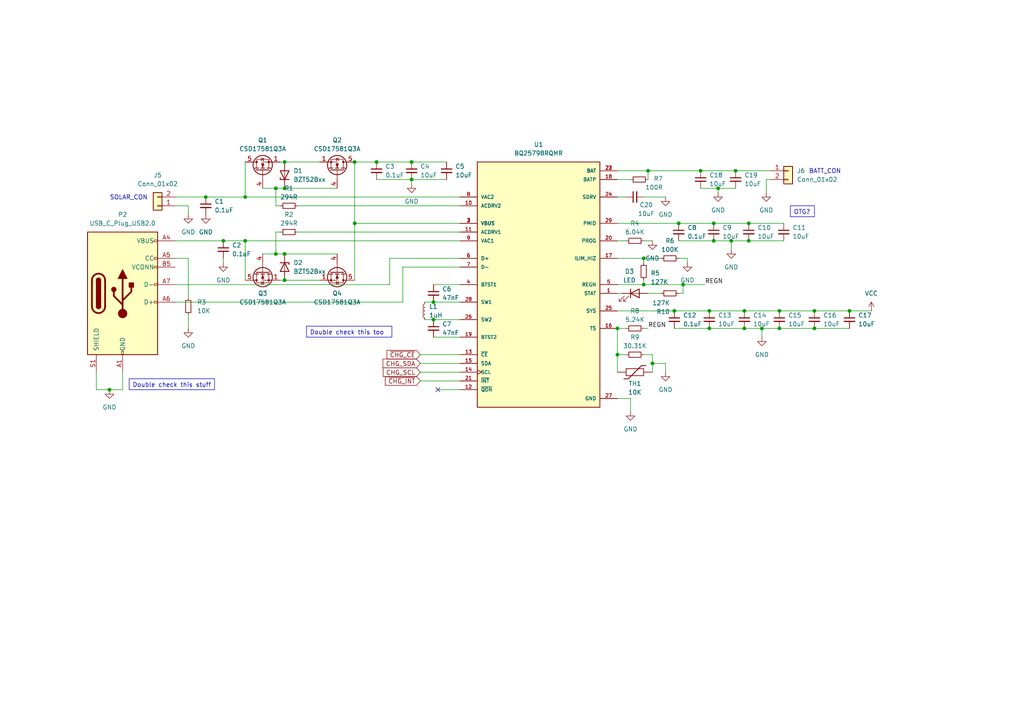
<source format=kicad_sch>
(kicad_sch (version 20231120) (generator "eeschema") (generator_version "8.0")
  (paper "A4")
  (lib_symbols
    (symbol "Connector:USB_C_Plug_USB2.0" (pin_names (offset 1.016))
      (property "Reference" "P" (at -10.16 19.05 0))
      (property "Value" "USB_C_Plug_USB2.0" (at 12.7 19.05 0))
      (symbol "USB_C_Plug_USB2.0_0_0"
        (rectangle (start -0.254 -17.78) (end 0.254 -16.764))
        (rectangle (start 10.16 -2.286) (end 9.144 -2.794))
        (rectangle (start 10.16 2.794) (end 9.144 2.286))
        (rectangle (start 10.16 7.874) (end 9.144 7.366))
        (rectangle (start 10.16 10.414) (end 9.144 9.906))
        (rectangle (start 10.16 15.494) (end 9.144 14.986))
      )
      (symbol "USB_C_Plug_USB2.0_0_1"
        (rectangle (start -10.16 17.78) (end 10.16 -17.78) (stroke (width 0.254)) (fill (type background)))
        (arc (start -8.89 -3.81) (mid -6.985 -5.7067) (end -5.08 -3.81) (stroke (width 0.508)))
        (arc (start -7.62 -3.81) (mid -6.985 -4.4423) (end -6.35 -3.81) (stroke (width 0.254)))
        (arc (start -7.62 -3.81) (mid -6.985 -4.4423) (end -6.35 -3.81) (stroke (width 0.254)) (fill (type outline)))
        (rectangle (start -7.62 -3.81) (end -6.35 3.81) (stroke (width 0.254)) (fill (type outline)))
        (arc (start -6.35 3.81) (mid -6.985 4.4423) (end -7.62 3.81) (stroke (width 0.254)))
        (arc (start -6.35 3.81) (mid -6.985 4.4423) (end -7.62 3.81) (stroke (width 0.254)) (fill (type outline)))
        (arc (start -5.08 3.81) (mid -6.985 5.7067) (end -8.89 3.81) (stroke (width 0.508)))
        (circle (center -2.54 1.143) (radius 0.635) (stroke (width 0.254)) (fill (type outline)))
        (circle (center 0 -5.842) (radius 1.27) (fill (type outline)))
        (polyline (pts (xy -8.89 -3.81) (xy -8.89 3.81)) (stroke (width 0.508)))
        (polyline (pts (xy -5.08 3.81) (xy -5.08 -3.81)) (stroke (width 0.508)))
        (polyline (pts (xy 0 -5.842) (xy 0 4.318)) (stroke (width 0.508)))
        (polyline (pts (xy 0 -3.302) (xy -2.54 -0.762) (xy -2.54 0.508)) (stroke (width 0.508)))
        (polyline (pts (xy 0 -2.032) (xy 2.54 0.508) (xy 2.54 1.778)) (stroke (width 0.508)))
        (polyline (pts (xy -1.27 4.318) (xy 0 6.858) (xy 1.27 4.318) (xy -1.27 4.318)) (stroke (width 0.254)) (fill (type outline)))
        (rectangle (start 1.905 1.778) (end 3.175 3.048) (stroke (width 0.254)) (fill (type outline)))
      )
      (symbol "USB_C_Plug_USB2.0_1_1"
        (pin passive line (at 0 -22.86 90) (length 5.08) (name "GND") (number "A1"))
        (pin passive line (at 0 -22.86 90) (length 5.08) hide (name "GND") (number "A12"))
        (pin passive line (at 15.24 15.24 180) (length 5.08) (name "VBUS") (number "A4"))
        (pin bidirectional line (at 15.24 10.16 180) (length 5.08) (name "CC") (number "A5"))
        (pin bidirectional line (at 15.24 -2.54 180) (length 5.08) (name "D+") (number "A6"))
        (pin bidirectional line (at 15.24 2.54 180) (length 5.08) (name "D-") (number "A7"))
        (pin passive line (at 15.24 15.24 180) (length 5.08) hide (name "VBUS") (number "A9"))
        (pin passive line (at 0 -22.86 90) (length 5.08) hide (name "GND") (number "B1"))
        (pin passive line (at 0 -22.86 90) (length 5.08) hide (name "GND") (number "B12"))
        (pin passive line (at 15.24 15.24 180) (length 5.08) hide (name "VBUS") (number "B4"))
        (pin bidirectional line (at 15.24 7.62 180) (length 5.08) (name "VCONN") (number "B5"))
        (pin passive line (at 15.24 15.24 180) (length 5.08) hide (name "VBUS") (number "B9"))
        (pin passive line (at -7.62 -22.86 90) (length 5.08) (name "SHIELD") (number "S1"))
      )
    )
    (symbol "Connector_Generic:Conn_01x02" (pin_names (offset 1.016) hide)
      (property "Reference" "J" (at 0 2.54 0))
      (property "Value" "Conn_01x02" (at 0 -5.08 0))
      (symbol "Conn_01x02_1_1"
        (rectangle (start -1.27 -2.413) (end 0 -2.667) (stroke (width 0.1524)))
        (rectangle (start -1.27 0.127) (end 0 -0.127) (stroke (width 0.1524)))
        (rectangle (start -1.27 1.27) (end 1.27 -3.81) (stroke (width 0.254)) (fill (type background)))
        (pin passive line (at -5.08 0 0) (length 3.81) (name "Pin_1") (number "1"))
        (pin passive line (at -5.08 -2.54 0) (length 3.81) (name "Pin_2") (number "2"))
      )
    )
    (symbol "Device:C_Small" (pin_numbers hide) (pin_names (offset 0.254) hide)
      (property "Reference" "C" (at 0.254 1.778 0))
      (property "Value" "C_Small" (at 0.254 -2.032 0))
      (symbol "C_Small_0_1"
        (polyline (pts (xy -1.524 -0.508) (xy 1.524 -0.508)) (stroke (width 0.3302)))
        (polyline (pts (xy -1.524 0.508) (xy 1.524 0.508)) (stroke (width 0.3048)))
      )
      (symbol "C_Small_1_1"
        (pin passive line (at 0 2.54 270) (length 2.032) (name "~") (number "1"))
        (pin passive line (at 0 -2.54 90) (length 2.032) (name "~") (number "2"))
      )
    )
    (symbol "Device:LED" (pin_numbers hide) (pin_names (offset 1.016) hide)
      (property "Reference" "D" (at 0 2.54 0))
      (property "Value" "LED" (at 0 -2.54 0))
      (symbol "LED_0_1"
        (polyline (pts (xy -1.27 -1.27) (xy -1.27 1.27)) (stroke (width 0.254)))
        (polyline (pts (xy -1.27 0) (xy 1.27 0)))
        (polyline (pts (xy 1.27 -1.27) (xy 1.27 1.27) (xy -1.27 0) (xy 1.27 -1.27)) (stroke (width 0.254)))
        (polyline (pts (xy -3.048 -0.762) (xy -4.572 -2.286) (xy -3.81 -2.286) (xy -4.572 -2.286) (xy -4.572 -1.524)))
        (polyline (pts (xy -1.778 -0.762) (xy -3.302 -2.286) (xy -2.54 -2.286) (xy -3.302 -2.286) (xy -3.302 -1.524)))
      )
      (symbol "LED_1_1"
        (pin passive line (at -3.81 0 0) (length 2.54) (name "K") (number "1"))
        (pin passive line (at 3.81 0 180) (length 2.54) (name "A") (number "2"))
      )
    )
    (symbol "Device:L_Small" (pin_numbers hide) (pin_names (offset 0.254) hide)
      (property "Reference" "L" (at 0.762 1.016 0))
      (property "Value" "L_Small" (at 0.762 -1.016 0))
      (symbol "L_Small_0_1"
        (arc (start 0 -2.032) (mid 0.5058 -1.524) (end 0 -1.016))
        (arc (start 0 -1.016) (mid 0.5058 -0.508) (end 0 0))
        (arc (start 0 0) (mid 0.5058 0.508) (end 0 1.016))
        (arc (start 0 1.016) (mid 0.5058 1.524) (end 0 2.032))
      )
      (symbol "L_Small_1_1"
        (pin passive line (at 0 2.54 270) (length 0.508) (name "~") (number "1"))
        (pin passive line (at 0 -2.54 90) (length 0.508) (name "~") (number "2"))
      )
    )
    (symbol "Device:R_Small" (pin_numbers hide) (pin_names (offset 0.254) hide)
      (property "Reference" "R" (at 0.762 0.508 0))
      (property "Value" "R_Small" (at 0.762 -1.016 0))
      (symbol "R_Small_0_1"
        (rectangle (start -0.762 1.778) (end 0.762 -1.778) (stroke (width 0.2032)))
      )
      (symbol "R_Small_1_1"
        (pin passive line (at 0 2.54 270) (length 0.762) (name "~") (number "1"))
        (pin passive line (at 0 -2.54 90) (length 0.762) (name "~") (number "2"))
      )
    )
    (symbol "Device:Thermistor" (pin_numbers hide) (pin_names (offset 0))
      (property "Reference" "TH" (at 2.54 1.27 90))
      (property "Value" "Thermistor" (at -2.54 0 90))
      (symbol "Thermistor_0_1"
        (rectangle (start -1.016 2.54) (end 1.016 -2.54) (stroke (width 0.2032)))
        (polyline (pts (xy -1.905 3.175) (xy -1.905 1.905) (xy 1.905 -1.905) (xy 1.905 -3.175) (xy 1.905 -3.175)) (stroke (width 0.254)))
      )
      (symbol "Thermistor_1_1"
        (pin passive line (at 0 5.08 270) (length 2.54) (name "~") (number "1"))
        (pin passive line (at 0 -5.08 90) (length 2.54) (name "~") (number "2"))
      )
    )
    (symbol "Diode:BZT52Bxx" (pin_numbers hide) (pin_names hide)
      (property "Reference" "D" (at 0 2.54 0))
      (property "Value" "BZT52Bxx" (at 0 -2.54 0))
      (symbol "BZT52Bxx_0_1"
        (polyline (pts (xy 1.27 0) (xy -1.27 0)))
        (polyline (pts (xy -1.27 -1.27) (xy -1.27 1.27) (xy -0.762 1.27)) (stroke (width 0.254)))
        (polyline (pts (xy 1.27 -1.27) (xy 1.27 1.27) (xy -1.27 0) (xy 1.27 -1.27)) (stroke (width 0.254)))
      )
      (symbol "BZT52Bxx_1_1"
        (pin passive line (at -3.81 0 0) (length 2.54) (name "K") (number "1"))
        (pin passive line (at 3.81 0 180) (length 2.54) (name "A") (number "2"))
      )
    )
    (symbol "Fibel2:BQ25798RQMR" (pin_names (offset 1.016))
      (property "Reference" "U" (at 11.43 79.502 0))
      (property "Value" "BQ25798RQMR" (at 11.43 5.08 0))
      (symbol "BQ25798RQMR_0_0"
        (rectangle (start 11.43 78.74) (end 46.99 7.62) (stroke (width 0.254)) (fill (type background)))
        (pin output line (at 52.07 40.64 180) (length 5.08) (name "STAT") (number "1"))
        (pin input line (at 6.35 66.04 0) (length 5.08) (name "ACDRV2") (number "10"))
        (pin input line (at 6.35 58.42 0) (length 5.08) (name "ACDRV1") (number "11"))
        (pin input line (at 6.35 12.7 0) (length 5.08) (name "~{QON}") (number "12"))
        (pin input line (at 6.35 22.86 0) (length 5.08) (name "~{CE}") (number "13"))
        (pin input clock (at 6.35 17.78 0) (length 5.08) (name "SCL") (number "14"))
        (pin bidirectional line (at 6.35 20.32 0) (length 5.08) (name "SDA") (number "15"))
        (pin input line (at 52.07 30.48 180) (length 5.08) (name "TS") (number "16"))
        (pin input line (at 52.07 50.8 180) (length 5.08) (name "ILIM_HIZ") (number "17"))
        (pin power_in line (at 52.07 73.66 180) (length 5.08) (name "BATP") (number "18"))
        (pin output line (at 6.35 27.94 0) (length 5.08) (name "BTST2") (number "19"))
        (pin input line (at 6.35 60.96 0) (length 5.08) (name "VBUS") (number "2"))
        (pin input line (at 52.07 55.88 180) (length 5.08) (name "PROG") (number "20"))
        (pin output line (at 6.35 15.24 0) (length 5.08) (name "~{INT}") (number "21"))
        (pin power_in line (at 52.07 76.2 180) (length 5.08) (name "BAT") (number "22"))
        (pin power_in line (at 52.07 76.2 180) (length 5.08) (name "BAT") (number "23"))
        (pin output line (at 52.07 68.58 180) (length 5.08) (name "SDRV") (number "24"))
        (pin output line (at 52.07 35.56 180) (length 5.08) (name "SYS") (number "25"))
        (pin passive line (at 6.35 33.02 0) (length 5.08) (name "SW2") (number "26"))
        (pin power_in line (at 52.07 10.16 180) (length 5.08) (name "GND") (number "27"))
        (pin passive line (at 6.35 38.1 0) (length 5.08) (name "SW1") (number "28"))
        (pin passive line (at 52.07 60.96 180) (length 5.08) (name "PMID") (number "29"))
        (pin input line (at 6.35 60.96 0) (length 5.08) (name "VBUS") (number "3"))
        (pin input line (at 6.35 43.18 0) (length 5.08) (name "BTST1") (number "4"))
        (pin output line (at 52.07 43.18 180) (length 5.08) (name "REGN") (number "5"))
        (pin bidirectional line (at 6.35 50.8 0) (length 5.08) (name "D+") (number "6"))
        (pin bidirectional line (at 6.35 48.26 0) (length 5.08) (name "D-") (number "7"))
        (pin input line (at 6.35 68.58 0) (length 5.08) (name "VAC2") (number "8"))
        (pin input line (at 6.35 55.88 0) (length 5.08) (name "VAC1") (number "9"))
      )
    )
    (symbol "Transistor_FET:CSD17581Q3A" (pin_names hide)
      (property "Reference" "Q" (at 5.08 1.905 0))
      (property "Value" "CSD17581Q3A" (at 5.08 0 0))
      (symbol "CSD17581Q3A_0_1"
        (polyline (pts (xy 0.254 0) (xy -2.54 0)))
        (polyline (pts (xy 0.254 1.905) (xy 0.254 -1.905)) (stroke (width 0.254)))
        (polyline (pts (xy 0.762 -1.27) (xy 0.762 -2.286)) (stroke (width 0.254)))
        (polyline (pts (xy 0.762 0.508) (xy 0.762 -0.508)) (stroke (width 0.254)))
        (polyline (pts (xy 0.762 2.286) (xy 0.762 1.27)) (stroke (width 0.254)))
        (polyline (pts (xy 2.54 2.54) (xy 2.54 1.778)))
        (polyline (pts (xy 2.54 -2.54) (xy 2.54 0) (xy 0.762 0)))
        (polyline (pts (xy 0.762 -1.778) (xy 3.302 -1.778) (xy 3.302 1.778) (xy 0.762 1.778)))
        (polyline (pts (xy 1.016 0) (xy 2.032 0.381) (xy 2.032 -0.381) (xy 1.016 0)) (fill (type outline)))
        (polyline (pts (xy 2.794 0.508) (xy 2.921 0.381) (xy 3.683 0.381) (xy 3.81 0.254)))
        (polyline (pts (xy 3.302 0.381) (xy 2.921 -0.254) (xy 3.683 -0.254) (xy 3.302 0.381)))
        (circle (center 1.651 0) (radius 2.794) (stroke (width 0.254)))
        (circle (center 2.54 -1.778) (radius 0.254) (fill (type outline)))
        (circle (center 2.54 1.778) (radius 0.254) (fill (type outline)))
      )
      (symbol "CSD17581Q3A_1_1"
        (pin passive line (at 2.54 -5.08 90) (length 2.54) (name "S") (number "1"))
        (pin passive line (at 2.54 -5.08 90) (length 2.54) hide (name "S") (number "2"))
        (pin passive line (at 2.54 -5.08 90) (length 2.54) hide (name "S") (number "3"))
        (pin passive line (at -5.08 0 0) (length 2.54) (name "G") (number "4"))
        (pin passive line (at 2.54 5.08 270) (length 2.54) (name "D") (number "5"))
      )
    )
    (symbol "power:GND" (power) (pin_numbers hide) (pin_names (offset 0) hide)
      (property "Value" "GND" (at 0 -3.81 0))
      (symbol "GND_0_1"
        (polyline (pts (xy 0 0) (xy 0 -1.27) (xy 1.27 -1.27) (xy 0 -2.54) (xy -1.27 -1.27) (xy 0 -1.27)))
      )
      (symbol "GND_1_1"
        (pin power_in line (at 0 0 270) (length 0) (name "~") (number "1"))
      )
    )
    (symbol "power:VCC" (power) (pin_numbers hide) (pin_names (offset 0) hide)
      (property "Value" "VCC" (at 0 3.556 0))
      (symbol "VCC_0_1"
        (polyline (pts (xy -0.762 1.27) (xy 0 2.54)))
        (polyline (pts (xy 0 0) (xy 0 2.54)))
        (polyline (pts (xy 0 2.54) (xy 0.762 1.27)))
      )
      (symbol "VCC_1_1"
        (pin power_in line (at 0 0 90) (length 0) (name "~") (number "1"))
      )
    )
  )
  (junction (at 205.74 90.17))
  (junction (at 186.69 74.93))
  (junction (at 125.73 87.63))
  (junction (at 125.73 92.71))
  (junction (at 187.96 49.53))
  (junction (at 215.9 95.25))
  (junction (at 213.36 49.53))
  (junction (at 246.38 90.17))
  (junction (at 109.22 46.99))
  (junction (at 215.9 90.17))
  (junction (at 64.77 69.85))
  (junction (at 59.69 57.15))
  (junction (at 189.23 105.41))
  (junction (at 196.85 64.77))
  (junction (at 198.12 82.55))
  (junction (at 195.58 90.17))
  (junction (at 82.55 81.28))
  (junction (at 236.22 90.17))
  (junction (at 82.55 46.99))
  (junction (at 179.07 95.25))
  (junction (at 80.01 73.66))
  (junction (at 203.2 49.53))
  (junction (at 179.07 102.87))
  (junction (at 186.69 82.55))
  (junction (at 217.17 64.77))
  (junction (at 102.87 64.77))
  (junction (at 80.01 54.61))
  (junction (at 236.22 95.25))
  (junction (at 82.55 54.61))
  (junction (at 207.01 64.77))
  (junction (at 119.38 52.07))
  (junction (at 226.06 90.17))
  (junction (at 217.17 69.85))
  (junction (at 82.55 73.66))
  (junction (at 119.38 46.99))
  (junction (at 207.01 69.85))
  (junction (at 205.74 95.25))
  (junction (at 226.06 95.25))
  (junction (at 102.87 46.99))
  (junction (at 220.98 95.25))
  (junction (at 31.75 113.03))
  (junction (at 208.28 54.61))
  (junction (at 212.09 69.85))
  (junction (at 71.12 69.85))
  (junction (at 71.12 57.15))
  (no_connect (at 127 113.03))
  (wire (pts (xy 246.38 90.17) (xy 252.73 90.17)))
  (wire (pts (xy 119.38 52.07) (xy 119.38 53.34)))
  (wire (pts (xy 189.23 102.87) (xy 189.23 105.41)))
  (wire (pts (xy 86.36 67.31) (xy 133.35 67.31)))
  (wire (pts (xy 125.73 97.79) (xy 133.35 97.79)))
  (wire (pts (xy 109.22 52.07) (xy 119.38 52.07)))
  (wire (pts (xy 102.87 46.99) (xy 109.22 46.99)))
  (wire (pts (xy 196.85 64.77) (xy 207.01 64.77)))
  (wire (pts (xy 217.17 69.85) (xy 227.33 69.85)))
  (wire (pts (xy 236.22 95.25) (xy 246.38 95.25)))
  (wire (pts (xy 220.98 95.25) (xy 226.06 95.25)))
  (wire (pts (xy 222.25 52.07) (xy 222.25 55.88)))
  (wire (pts (xy 102.87 46.99) (xy 102.87 64.77)))
  (wire (pts (xy 198.12 82.55) (xy 198.12 85.09)))
  (wire (pts (xy 119.38 46.99) (xy 129.54 46.99)))
  (wire (pts (xy 80.01 73.66) (xy 82.55 73.66)))
  (wire (pts (xy 35.56 113.03) (xy 31.75 113.03)))
  (wire (pts (xy 27.94 113.03) (xy 31.75 113.03)))
  (wire (pts (xy 125.73 87.63) (xy 133.35 87.63)))
  (wire (pts (xy 81.28 81.28) (xy 82.55 81.28)))
  (wire (pts (xy 71.12 69.85) (xy 71.12 81.28)))
  (wire (pts (xy 54.61 59.69) (xy 54.61 62.23)))
  (wire (pts (xy 81.28 67.31) (xy 80.01 67.31)))
  (wire (pts (xy 213.36 49.53) (xy 223.52 49.53)))
  (wire (pts (xy 208.28 54.61) (xy 208.28 55.88)))
  (wire (pts (xy 179.07 69.85) (xy 181.61 69.85)))
  (wire (pts (xy 113.03 74.93) (xy 133.35 74.93)))
  (wire (pts (xy 179.07 74.93) (xy 186.69 74.93)))
  (wire (pts (xy 179.07 102.87) (xy 181.61 102.87)))
  (wire (pts (xy 82.55 46.99) (xy 92.71 46.99)))
  (wire (pts (xy 186.69 74.93) (xy 191.77 74.93)))
  (wire (pts (xy 82.55 54.61) (xy 97.79 54.61)))
  (wire (pts (xy 226.06 95.25) (xy 236.22 95.25)))
  (wire (pts (xy 203.2 49.53) (xy 213.36 49.53)))
  (wire (pts (xy 217.17 64.77) (xy 227.33 64.77)))
  (wire (pts (xy 187.96 49.53) (xy 203.2 49.53)))
  (wire (pts (xy 186.69 69.85) (xy 189.23 69.85)))
  (wire (pts (xy 102.87 81.28) (xy 102.87 64.77)))
  (wire (pts (xy 226.06 90.17) (xy 236.22 90.17)))
  (wire (pts (xy 54.61 74.93) (xy 54.61 86.36)))
  (wire (pts (xy 76.2 73.66) (xy 80.01 73.66)))
  (wire (pts (xy 195.58 95.25) (xy 205.74 95.25)))
  (wire (pts (xy 179.07 52.07) (xy 182.88 52.07)))
  (wire (pts (xy 81.28 46.99) (xy 82.55 46.99)))
  (wire (pts (xy 186.69 57.15) (xy 193.04 57.15)))
  (wire (pts (xy 80.01 54.61) (xy 82.55 54.61)))
  (wire (pts (xy 189.23 105.41) (xy 193.04 105.41)))
  (wire (pts (xy 186.69 76.2) (xy 186.69 74.93)))
  (wire (pts (xy 208.28 54.61) (xy 213.36 54.61)))
  (wire (pts (xy 121.92 105.41) (xy 133.35 105.41)))
  (wire (pts (xy 212.09 69.85) (xy 217.17 69.85)))
  (wire (pts (xy 123.19 87.63) (xy 125.73 87.63)))
  (wire (pts (xy 196.85 85.09) (xy 198.12 85.09)))
  (wire (pts (xy 59.69 57.15) (xy 71.12 57.15)))
  (wire (pts (xy 179.07 64.77) (xy 196.85 64.77)))
  (wire (pts (xy 181.61 95.25) (xy 179.07 95.25)))
  (wire (pts (xy 215.9 90.17) (xy 226.06 90.17)))
  (wire (pts (xy 203.2 54.61) (xy 208.28 54.61)))
  (wire (pts (xy 182.88 115.57) (xy 182.88 119.38)))
  (wire (pts (xy 223.52 52.07) (xy 222.25 52.07)))
  (wire (pts (xy 195.58 90.17) (xy 205.74 90.17)))
  (wire (pts (xy 186.69 102.87) (xy 189.23 102.87)))
  (wire (pts (xy 199.39 74.93) (xy 199.39 76.2)))
  (wire (pts (xy 133.35 77.47) (xy 116.84 77.47)))
  (wire (pts (xy 50.8 69.85) (xy 64.77 69.85)))
  (wire (pts (xy 125.73 92.71) (xy 133.35 92.71)))
  (wire (pts (xy 125.73 82.55) (xy 133.35 82.55)))
  (wire (pts (xy 64.77 69.85) (xy 71.12 69.85)))
  (wire (pts (xy 27.94 107.95) (xy 27.94 113.03)))
  (wire (pts (xy 116.84 77.47) (xy 116.84 87.63)))
  (wire (pts (xy 123.19 92.71) (xy 125.73 92.71)))
  (wire (pts (xy 86.36 59.69) (xy 133.35 59.69)))
  (wire (pts (xy 179.07 85.09) (xy 180.34 85.09)))
  (wire (pts (xy 189.23 105.41) (xy 189.23 107.95)))
  (wire (pts (xy 186.69 82.55) (xy 198.12 82.55)))
  (wire (pts (xy 109.22 46.99) (xy 119.38 46.99)))
  (wire (pts (xy 71.12 69.85) (xy 133.35 69.85)))
  (wire (pts (xy 102.87 64.77) (xy 133.35 64.77)))
  (wire (pts (xy 76.2 54.61) (xy 80.01 54.61)))
  (wire (pts (xy 187.96 85.09) (xy 191.77 85.09)))
  (wire (pts (xy 119.38 52.07) (xy 129.54 52.07)))
  (wire (pts (xy 121.92 110.49) (xy 133.35 110.49)))
  (wire (pts (xy 35.56 107.95) (xy 35.56 113.03)))
  (wire (pts (xy 121.92 107.95) (xy 133.35 107.95)))
  (wire (pts (xy 212.09 69.85) (xy 212.09 72.39)))
  (wire (pts (xy 198.12 82.55) (xy 204.47 82.55)))
  (wire (pts (xy 80.01 67.31) (xy 80.01 73.66)))
  (wire (pts (xy 196.85 74.93) (xy 199.39 74.93)))
  (wire (pts (xy 64.77 76.2) (xy 64.77 74.93)))
  (wire (pts (xy 179.07 115.57) (xy 182.88 115.57)))
  (wire (pts (xy 207.01 64.77) (xy 217.17 64.77)))
  (wire (pts (xy 196.85 69.85) (xy 207.01 69.85)))
  (wire (pts (xy 179.07 57.15) (xy 181.61 57.15)))
  (wire (pts (xy 179.07 90.17) (xy 195.58 90.17)))
  (wire (pts (xy 80.01 59.69) (xy 80.01 54.61)))
  (wire (pts (xy 207.01 69.85) (xy 212.09 69.85)))
  (wire (pts (xy 215.9 95.25) (xy 220.98 95.25)))
  (wire (pts (xy 50.8 59.69) (xy 54.61 59.69)))
  (wire (pts (xy 50.8 57.15) (xy 59.69 57.15)))
  (wire (pts (xy 186.69 81.28) (xy 186.69 82.55)))
  (wire (pts (xy 187.96 49.53) (xy 187.96 52.07)))
  (wire (pts (xy 71.12 57.15) (xy 133.35 57.15)))
  (wire (pts (xy 50.8 82.55) (xy 113.03 82.55)))
  (wire (pts (xy 179.07 102.87) (xy 179.07 107.95)))
  (wire (pts (xy 82.55 81.28) (xy 92.71 81.28)))
  (wire (pts (xy 220.98 95.25) (xy 220.98 97.79)))
  (wire (pts (xy 179.07 49.53) (xy 187.96 49.53)))
  (wire (pts (xy 236.22 90.17) (xy 246.38 90.17)))
  (wire (pts (xy 50.8 87.63) (xy 116.84 87.63)))
  (wire (pts (xy 179.07 82.55) (xy 186.69 82.55)))
  (wire (pts (xy 82.55 73.66) (xy 97.79 73.66)))
  (wire (pts (xy 193.04 105.41) (xy 193.04 107.95)))
  (wire (pts (xy 113.03 82.55) (xy 113.03 74.93)))
  (wire (pts (xy 121.92 102.87) (xy 133.35 102.87)))
  (wire (pts (xy 127 113.03) (xy 133.35 113.03)))
  (wire (pts (xy 186.69 95.25) (xy 187.96 95.25)))
  (wire (pts (xy 205.74 95.25) (xy 215.9 95.25)))
  (wire (pts (xy 81.28 59.69) (xy 80.01 59.69)))
  (wire (pts (xy 54.61 91.44) (xy 54.61 95.25)))
  (wire (pts (xy 205.74 90.17) (xy 215.9 90.17)))
  (wire (pts (xy 71.12 46.99) (xy 71.12 57.15)))
  (wire (pts (xy 50.8 74.93) (xy 54.61 74.93)))
  (wire (pts (xy 179.07 95.25) (xy 179.07 102.87)))
  (text_box "Double check this too\n" (at 88.9 94.615 0) (size 24.765 3.175) (effects (font (size 1.27 1.27)) (justify left top)))
  (text_box "OTG?" (at 229.235 59.69 0) (size 6.985 3.175) (effects (font (size 1.27 1.27)) (justify left top)))
  (text_box "Double check this stuff\n" (at 37.465 109.855 0) (size 24.765 3.175) (effects (font (size 1.27 1.27)) (justify left top)))
  (text "SOLAR_CON" (at 37.338 57.404 0) (effects (font (size 1.27 1.27))))
  (text "BATT_CON" (at 239.268 49.784 0) (effects (font (size 1.27 1.27))))
  (label "REGN" (at 187.96 95.25 0))
  (label "REGN" (at 204.47 82.55 0))
  (global_label "~{CHG_CE}" (shape input) (at 121.92 102.87 180) (property "Intersheetrefs" "${INTERSHEET_REFS}" (effects (hide yes))))
  (global_label "CHG_SCL" (shape input) (at 121.92 107.95 180) (property "Intersheetrefs" "${INTERSHEET_REFS}" (effects (hide yes))))
  (global_label "~{CHG_INT}" (shape input) (at 121.92 110.49 180) (property "Intersheetrefs" "${INTERSHEET_REFS}" (effects (hide yes))))
  (global_label "CHG_SDA" (shape input) (at 121.92 105.41 180) (property "Intersheetrefs" "${INTERSHEET_REFS}" (effects (hide yes))))
  (symbol (lib_id "Device:R_Small") (at 83.82 67.31 90) (unit 1)
    (property "Reference" "R2" (at 83.82 62.23 90))
    (property "Value" "294R" (at 83.82 64.77 90))
    (property "Description" "Resistor, small symbol" (effects (hide yes)))
  )
  (symbol (lib_id "power:GND") (at 212.09 72.39 0) (unit 1)
    (property "Reference" "#PWR09" (effects (hide yes)))
    (property "Value" "GND" (at 212.09 77.47 0))
    (property "Description" "Power symbol creates a global label with name \"GND\" , ground" (effects (hide yes)))
  )
  (symbol (lib_id "power:GND") (at 220.98 97.79 0) (unit 1)
    (property "Reference" "#PWR010" (effects (hide yes)))
    (property "Value" "GND" (at 220.98 102.87 0))
    (property "Description" "Power symbol creates a global label with name \"GND\" , ground" (effects (hide yes)))
  )
  (symbol (lib_id "Device:C_Small") (at 217.17 67.31 0) (unit 1)
    (property "Reference" "C10" (at 219.71 66.0462 0) (effects (justify left)))
    (property "Value" "10uF" (at 219.71 68.5862 0) (effects (justify left)))
    (property "Description" "Unpolarized capacitor, small symbol" (effects (hide yes)))
  )
  (symbol (lib_id "Device:C_Small") (at 196.85 67.31 0) (unit 1)
    (property "Reference" "C8" (at 199.39 66.0462 0) (effects (justify left)))
    (property "Value" "0.1uF" (at 199.39 68.5862 0) (effects (justify left)))
    (property "Description" "Unpolarized capacitor, small symbol" (effects (hide yes)))
  )
  (symbol (lib_id "power:GND") (at 182.88 119.38 0) (unit 1)
    (property "Reference" "#PWR014" (effects (hide yes)))
    (property "Value" "GND" (at 182.88 124.46 0))
    (property "Description" "Power symbol creates a global label with name \"GND\" , ground" (effects (hide yes)))
  )
  (symbol (lib_id "power:GND") (at 199.39 76.2 0) (unit 1)
    (property "Reference" "#PWR07" (effects (hide yes)))
    (property "Value" "GND" (at 199.39 81.28 0))
    (property "Description" "Power symbol creates a global label with name \"GND\" , ground" (effects (hide yes)))
  )
  (symbol (lib_id "Device:C_Small") (at 184.15 57.15 90) (unit 1)
    (property "Reference" "C20" (at 187.452 59.436 90))
    (property "Value" "10uF" (at 187.452 61.976 90))
    (property "Description" "Unpolarized capacitor, small symbol" (effects (hide yes)))
  )
  (symbol (lib_id "power:VCC") (at 252.73 90.17 0) (unit 1)
    (property "Reference" "#PWR011" (effects (hide yes)))
    (property "Value" "VCC" (at 252.73 85.09 0))
    (property "Description" "Power symbol creates a global label with name \"VCC\"" (effects (hide yes)))
  )
  (symbol (lib_id "Device:R_Small") (at 184.15 95.25 270) (unit 1)
    (property "Reference" "R8" (at 184.15 90.17 90))
    (property "Value" "5.24K" (at 184.15 92.71 90))
    (property "Description" "Resistor, small symbol" (effects (hide yes)))
  )
  (symbol (lib_id "power:GND") (at 208.28 55.88 0) (unit 1)
    (property "Reference" "#PWR013" (effects (hide yes)))
    (property "Value" "GND" (at 208.28 60.96 0))
    (property "Description" "Power symbol creates a global label with name \"GND\" , ground" (effects (hide yes)))
  )
  (symbol (lib_id "Device:R_Small") (at 194.31 85.09 270) (unit 1)
    (property "Reference" "R10" (at 194.31 90.424 90) (effects (justify right)))
    (property "Value" "127K" (at 194.31 87.884 90) (effects (justify right)))
    (property "Description" "Resistor, small symbol" (effects (hide yes)))
  )
  (symbol (lib_id "Device:R_Small") (at 184.15 69.85 90) (unit 1)
    (property "Reference" "R4" (at 184.15 64.77 90))
    (property "Value" "6.04K" (at 184.15 67.31 90))
    (property "Description" "Resistor, small symbol" (effects (hide yes)))
  )
  (symbol (lib_id "power:GND") (at 119.38 53.34 0) (unit 1)
    (property "Reference" "#PWR05" (effects (hide yes)))
    (property "Value" "GND" (at 119.38 58.42 0))
    (property "Description" "Power symbol creates a global label with name \"GND\" , ground" (effects (hide yes)))
  )
  (symbol (lib_id "Device:C_Small") (at 109.22 49.53 0) (unit 1)
    (property "Reference" "C3" (at 111.76 48.2662 0) (effects (justify left)))
    (property "Value" "0.1uF" (at 111.76 50.8062 0) (effects (justify left)))
    (property "Description" "Unpolarized capacitor, small symbol" (effects (hide yes)))
  )
  (symbol (lib_id "Device:C_Small") (at 59.69 59.69 0) (unit 1)
    (property "Reference" "C1" (at 62.23 58.4262 0) (effects (justify left)))
    (property "Value" "0.1uF" (at 62.23 60.9662 0) (effects (justify left)))
    (property "Description" "Unpolarized capacitor, small symbol" (effects (hide yes)))
  )
  (symbol (lib_id "Connector_Generic:Conn_01x02") (at 228.6 49.53 0) (unit 1)
    (property "Reference" "J6" (at 231.14 49.5299 0) (effects (justify left)))
    (property "Value" "Conn_01x02" (at 231.14 52.0699 0) (effects (justify left)))
    (property "Description" "Generic connector, single row, 01x02, script generated (kicad-library-utils/schlib/autogen/connector/)" (effects (hide yes)))
  )
  (symbol (lib_id "power:GND") (at 222.25 55.88 0) (unit 1)
    (property "Reference" "#PWR012" (effects (hide yes)))
    (property "Value" "GND" (at 222.25 60.96 0))
    (property "Description" "Power symbol creates a global label with name \"GND\" , ground" (effects (hide yes)))
  )
  (symbol (lib_id "Diode:BZT52Bxx") (at 82.55 77.47 270) (unit 1)
    (property "Reference" "D2" (at 85.09 76.1999 90) (effects (justify left)))
    (property "Value" "BZT52Bxx" (at 85.09 78.7399 90) (effects (justify left)))
    (property "Footprint" "Diode_SMD:D_SOD-123F" (effects (hide yes)))
    (property "Datasheet" "https://diotec.com/tl_files/diotec/files/pdf/datasheets/bzt52b2v4.pdf" (effects (hide yes)))
    (property "Description" "500mW Zener Diode, SOD-123F" (effects (hide yes)))
  )
  (symbol (lib_id "Fibel2:BQ25798RQMR") (at 127 125.73 0) (unit 1)
    (property "Reference" "U1" (at 156.21 41.91 0))
    (property "Value" "BQ25798RQMR" (at 156.21 44.45 0))
    (property "Footprint" "Fibel2:IBQ25798RQMR" (effects (hide yes)))
    (property "MF" "Texas Instruments" (effects (hide yes)))
    (property "Package" "VFQFN-29 Texas Instruments" (effects (hide yes)))
    (property "MP" "BQ25798RQMR" (effects (hide yes)))
  )
  (symbol (lib_id "Device:C_Small") (at 203.2 52.07 0) (unit 1)
    (property "Reference" "C18" (at 205.74 50.8062 0) (effects (justify left)))
    (property "Value" "10uF" (at 205.74 53.3462 0) (effects (justify left)))
    (property "Description" "Unpolarized capacitor, small symbol" (effects (hide yes)))
  )
  (symbol (lib_id "Device:C_Small") (at 246.38 92.71 0) (unit 1)
    (property "Reference" "C17" (at 248.92 91.4462 0) (effects (justify left)))
    (property "Value" "10uF" (at 248.92 93.9862 0) (effects (justify left)))
    (property "Description" "Unpolarized capacitor, small symbol" (effects (hide yes)))
  )
  (symbol (lib_id "power:GND") (at 54.61 95.25 0) (unit 1)
    (property "Reference" "#PWR01" (effects (hide yes)))
    (property "Value" "GND" (at 54.61 100.33 0))
    (property "Description" "Power symbol creates a global label with name \"GND\" , ground" (effects (hide yes)))
  )
  (symbol (lib_id "Device:C_Small") (at 213.36 52.07 0) (unit 1)
    (property "Reference" "C19" (at 215.9 50.8062 0) (effects (justify left)))
    (property "Value" "10uF" (at 215.9 53.3462 0) (effects (justify left)))
    (property "Description" "Unpolarized capacitor, small symbol" (effects (hide yes)))
  )
  (symbol (lib_id "Transistor_FET:CSD17581Q3A") (at 97.79 78.74 270) (unit 1)
    (property "Reference" "Q4" (at 97.79 85.09 90))
    (property "Value" "CSD17581Q3A" (at 97.79 87.63 90))
    (property "Footprint" "Package_SON:VSON-8_3.3x3.3mm_P0.65mm_NexFET" (effects (hide yes)))
    (property "Datasheet" "https://www.ti.com/lit/ds/symlink/csd17581q3a.pdf" (effects (hide yes)))
    (property "Description" "60A Id, 30V Vds, NexFET N-Channel Power MOSFET, 3.2mOhm Ron, Qg Typ 20nC, VSON-8 3.3x3.3mm" (effects (hide yes)))
  )
  (symbol (lib_id "Diode:BZT52Bxx") (at 82.55 50.8 90) (unit 1)
    (property "Reference" "D1" (at 85.09 49.5299 90) (effects (justify right)))
    (property "Value" "BZT52Bxx" (at 85.09 52.0699 90) (effects (justify right)))
    (property "Footprint" "Diode_SMD:D_SOD-123F" (effects (hide yes)))
    (property "Datasheet" "https://diotec.com/tl_files/diotec/files/pdf/datasheets/bzt52b2v4.pdf" (effects (hide yes)))
    (property "Description" "500mW Zener Diode, SOD-123F" (effects (hide yes)))
  )
  (symbol (lib_id "Device:C_Small") (at 129.54 49.53 0) (unit 1)
    (property "Reference" "C5" (at 132.08 48.2662 0) (effects (justify left)))
    (property "Value" "10uF" (at 132.08 50.8062 0) (effects (justify left)))
    (property "Description" "Unpolarized capacitor, small symbol" (effects (hide yes)))
  )
  (symbol (lib_id "Device:C_Small") (at 195.58 92.71 0) (unit 1)
    (property "Reference" "C12" (at 198.12 91.4462 0) (effects (justify left)))
    (property "Value" "0.1uF" (at 198.12 93.9862 0) (effects (justify left)))
    (property "Description" "Unpolarized capacitor, small symbol" (effects (hide yes)))
  )
  (symbol (lib_id "Device:C_Small") (at 226.06 92.71 0) (unit 1)
    (property "Reference" "C15" (at 228.6 91.4462 0) (effects (justify left)))
    (property "Value" "10uF" (at 228.6 93.9862 0) (effects (justify left)))
    (property "Description" "Unpolarized capacitor, small symbol" (effects (hide yes)))
  )
  (symbol (lib_id "power:GND") (at 193.04 57.15 0) (unit 1)
    (property "Reference" "#PWR016" (effects (hide yes)))
    (property "Value" "GND" (at 193.04 62.23 0))
    (property "Description" "Power symbol creates a global label with name \"GND\" , ground" (effects (hide yes)))
  )
  (symbol (lib_id "Connector:USB_C_Plug_USB2.0") (at 35.56 85.09 0) (unit 1)
    (property "Reference" "P2" (at 35.56 62.23 0))
    (property "Value" "USB_C_Plug_USB2.0" (at 35.56 64.77 0))
    (property "Datasheet" "https://www.usb.org/sites/default/files/documents/usb_type-c.zip" (effects (hide yes)))
    (property "Description" "USB 2.0-only Type-C Plug connector" (effects (hide yes)))
  )
  (symbol (lib_id "Device:R_Small") (at 54.61 88.9 180) (unit 1)
    (property "Reference" "R3" (at 57.15 87.6299 0) (effects (justify right)))
    (property "Value" "10K" (at 57.15 90.1699 0) (effects (justify right)))
    (property "Description" "Resistor, small symbol" (effects (hide yes)))
  )
  (symbol (lib_id "Device:R_Small") (at 186.69 78.74 180) (unit 1)
    (property "Reference" "R5" (at 188.722 79.248 0) (effects (justify right)))
    (property "Value" "127K" (at 188.722 81.788 0) (effects (justify right)))
    (property "Description" "Resistor, small symbol" (effects (hide yes)))
  )
  (symbol (lib_id "Connector_Generic:Conn_01x02") (at 45.72 59.69 180) (unit 1)
    (property "Reference" "J5" (at 45.72 50.8 0))
    (property "Value" "Conn_01x02" (at 45.72 53.34 0))
    (property "Description" "Generic connector, single row, 01x02, script generated (kicad-library-utils/schlib/autogen/connector/)" (effects (hide yes)))
  )
  (symbol (lib_id "Device:C_Small") (at 119.38 49.53 0) (unit 1)
    (property "Reference" "C4" (at 121.92 48.2662 0) (effects (justify left)))
    (property "Value" "10uF" (at 121.92 50.8062 0) (effects (justify left)))
    (property "Description" "Unpolarized capacitor, small symbol" (effects (hide yes)))
  )
  (symbol (lib_id "Device:C_Small") (at 64.77 72.39 0) (unit 1)
    (property "Reference" "C2" (at 67.31 71.1262 0) (effects (justify left)))
    (property "Value" "0.1uF" (at 67.31 73.6662 0) (effects (justify left)))
    (property "Description" "Unpolarized capacitor, small symbol" (effects (hide yes)))
  )
  (symbol (lib_id "power:GND") (at 31.75 113.03 0) (unit 1)
    (property "Reference" "#PWR06" (effects (hide yes)))
    (property "Value" "GND" (at 31.75 118.11 0))
    (property "Description" "Power symbol creates a global label with name \"GND\" , ground" (effects (hide yes)))
  )
  (symbol (lib_id "power:GND") (at 59.69 62.23 0) (unit 1)
    (property "Reference" "#PWR03" (effects (hide yes)))
    (property "Value" "GND" (at 59.69 67.31 0))
    (property "Description" "Power symbol creates a global label with name \"GND\" , ground" (effects (hide yes)))
  )
  (symbol (lib_id "Device:L_Small") (at 123.19 90.17 180) (unit 1)
    (property "Reference" "L1" (at 124.46 88.8999 0) (effects (justify right)))
    (property "Value" "1uH" (at 124.46 91.4399 0) (effects (justify right)))
    (property "Description" "Inductor, small symbol" (effects (hide yes)))
  )
  (symbol (lib_id "Device:C_Small") (at 125.73 95.25 0) (unit 1)
    (property "Reference" "C7" (at 128.27 93.9862 0) (effects (justify left)))
    (property "Value" "47nF" (at 128.27 96.5262 0) (effects (justify left)))
    (property "Description" "Unpolarized capacitor, small symbol" (effects (hide yes)))
  )
  (symbol (lib_id "power:GND") (at 64.77 76.2 0) (unit 1)
    (property "Reference" "#PWR04" (effects (hide yes)))
    (property "Value" "GND" (at 64.77 81.28 0))
    (property "Description" "Power symbol creates a global label with name \"GND\" , ground" (effects (hide yes)))
  )
  (symbol (lib_id "Transistor_FET:CSD17581Q3A") (at 76.2 78.74 90) (mirror x) (unit 1)
    (property "Reference" "Q3" (at 76.2 85.09 90))
    (property "Value" "CSD17581Q3A" (at 76.2 87.63 90))
    (property "Footprint" "Package_SON:VSON-8_3.3x3.3mm_P0.65mm_NexFET" (effects (hide yes)))
    (property "Datasheet" "https://www.ti.com/lit/ds/symlink/csd17581q3a.pdf" (effects (hide yes)))
    (property "Description" "60A Id, 30V Vds, NexFET N-Channel Power MOSFET, 3.2mOhm Ron, Qg Typ 20nC, VSON-8 3.3x3.3mm" (effects (hide yes)))
  )
  (symbol (lib_id "power:GND") (at 189.23 69.85 0) (unit 1)
    (property "Reference" "#PWR08" (effects (hide yes)))
    (property "Value" "GND" (at 189.23 74.93 0))
    (property "Description" "Power symbol creates a global label with name \"GND\" , ground" (effects (hide yes)))
  )
  (symbol (lib_id "Transistor_FET:CSD17581Q3A") (at 76.2 49.53 90) (unit 1)
    (property "Reference" "Q1" (at 76.2 40.64 90))
    (property "Value" "CSD17581Q3A" (at 76.2 43.18 90))
    (property "Footprint" "Package_SON:VSON-8_3.3x3.3mm_P0.65mm_NexFET" (effects (hide yes)))
    (property "Datasheet" "https://www.ti.com/lit/ds/symlink/csd17581q3a.pdf" (effects (hide yes)))
    (property "Description" "60A Id, 30V Vds, NexFET N-Channel Power MOSFET, 3.2mOhm Ron, Qg Typ 20nC, VSON-8 3.3x3.3mm" (effects (hide yes)))
  )
  (symbol (lib_id "Device:C_Small") (at 205.74 92.71 0) (unit 1)
    (property "Reference" "C13" (at 208.28 91.4462 0) (effects (justify left)))
    (property "Value" "10uF" (at 208.28 93.9862 0) (effects (justify left)))
    (property "Description" "Unpolarized capacitor, small symbol" (effects (hide yes)))
  )
  (symbol (lib_id "Device:R_Small") (at 194.31 74.93 90) (unit 1)
    (property "Reference" "R6" (at 194.31 69.85 90))
    (property "Value" "100K" (at 194.31 72.39 90))
    (property "Description" "Resistor, small symbol" (effects (hide yes)))
  )
  (symbol (lib_id "Device:C_Small") (at 236.22 92.71 0) (unit 1)
    (property "Reference" "C16" (at 238.76 91.4462 0) (effects (justify left)))
    (property "Value" "10uF" (at 238.76 93.9862 0) (effects (justify left)))
    (property "Description" "Unpolarized capacitor, small symbol" (effects (hide yes)))
  )
  (symbol (lib_id "Transistor_FET:CSD17581Q3A") (at 97.79 49.53 270) (mirror x) (unit 1)
    (property "Reference" "Q2" (at 97.79 40.64 90))
    (property "Value" "CSD17581Q3A" (at 97.79 43.18 90))
    (property "Footprint" "Package_SON:VSON-8_3.3x3.3mm_P0.65mm_NexFET" (effects (hide yes)))
    (property "Datasheet" "https://www.ti.com/lit/ds/symlink/csd17581q3a.pdf" (effects (hide yes)))
    (property "Description" "60A Id, 30V Vds, NexFET N-Channel Power MOSFET, 3.2mOhm Ron, Qg Typ 20nC, VSON-8 3.3x3.3mm" (effects (hide yes)))
  )
  (symbol (lib_id "Device:C_Small") (at 125.73 85.09 0) (unit 1)
    (property "Reference" "C6" (at 128.27 83.8262 0) (effects (justify left)))
    (property "Value" "47nF" (at 128.27 86.3662 0) (effects (justify left)))
    (property "Description" "Unpolarized capacitor, small symbol" (effects (hide yes)))
  )
  (symbol (lib_id "Device:C_Small") (at 207.01 67.31 0) (unit 1)
    (property "Reference" "C9" (at 209.55 66.0462 0) (effects (justify left)))
    (property "Value" "10uF" (at 209.55 68.5862 0) (effects (justify left)))
    (property "Description" "Unpolarized capacitor, small symbol" (effects (hide yes)))
  )
  (symbol (lib_id "Device:C_Small") (at 227.33 67.31 0) (unit 1)
    (property "Reference" "C11" (at 229.87 66.0462 0) (effects (justify left)))
    (property "Value" "10uF" (at 229.87 68.5862 0) (effects (justify left)))
    (property "Description" "Unpolarized capacitor, small symbol" (effects (hide yes)))
  )
  (symbol (lib_id "power:GND") (at 54.61 62.23 0) (unit 1)
    (property "Reference" "#PWR02" (effects (hide yes)))
    (property "Value" "GND" (at 54.61 67.31 0))
    (property "Description" "Power symbol creates a global label with name \"GND\" , ground" (effects (hide yes)))
  )
  (symbol (lib_id "Device:C_Small") (at 215.9 92.71 0) (unit 1)
    (property "Reference" "C14" (at 218.44 91.4462 0) (effects (justify left)))
    (property "Value" "10uF" (at 218.44 93.9862 0) (effects (justify left)))
    (property "Description" "Unpolarized capacitor, small symbol" (effects (hide yes)))
  )
  (symbol (lib_id "Device:R_Small") (at 185.42 52.07 270) (unit 1)
    (property "Reference" "R7" (at 192.278 51.816 90) (effects (justify right)))
    (property "Value" "100R" (at 192.278 54.356 90) (effects (justify right)))
    (property "Description" "Resistor, small symbol" (effects (hide yes)))
  )
  (symbol (lib_id "power:GND") (at 193.04 107.95 0) (unit 1)
    (property "Reference" "#PWR015" (effects (hide yes)))
    (property "Value" "GND" (at 193.04 113.03 0))
    (property "Description" "Power symbol creates a global label with name \"GND\" , ground" (effects (hide yes)))
  )
  (symbol (lib_id "Device:R_Small") (at 184.15 102.87 270) (unit 1)
    (property "Reference" "R9" (at 184.15 97.79 90))
    (property "Value" "30.31K" (at 184.15 100.33 90))
    (property "Description" "Resistor, small symbol" (effects (hide yes)))
  )
  (symbol (lib_id "Device:LED") (at 184.15 85.09 0) (unit 1)
    (property "Reference" "D3" (at 182.5625 78.74 0))
    (property "Value" "LED" (at 182.5625 81.28 0))
    (property "Description" "Light emitting diode" (effects (hide yes)))
  )
  (symbol (lib_id "Device:Thermistor") (at 184.15 107.95 90) (unit 1)
    (property "Reference" "TH1" (at 184.15 111.252 90))
    (property "Value" "10K" (at 184.15 113.792 90))
    (property "Description" "Temperature dependent resistor" (effects (hide yes)))
  )
  (symbol (lib_id "Device:R_Small") (at 83.82 59.69 90) (unit 1)
    (property "Reference" "R1" (at 83.82 54.61 90))
    (property "Value" "294R" (at 83.82 57.15 90))
    (property "Description" "Resistor, small symbol" (effects (hide yes)))
  )
)
</source>
